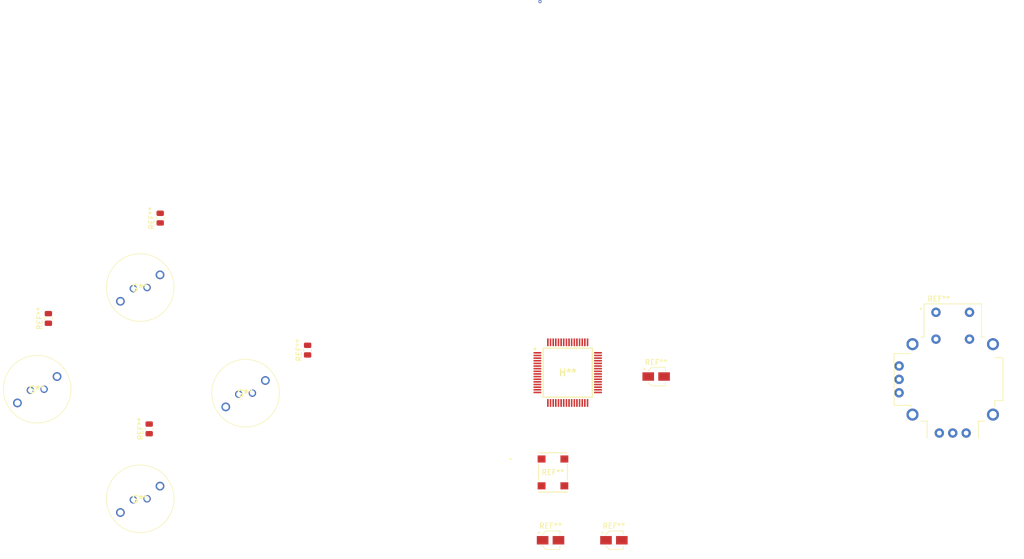
<source format=kicad_pcb>
(kicad_pcb (version 20221018) (generator pcbnew)
  (layers (0 "F.Cu" signal) (31 "B.Cu" signal) (34 "B.Paste" user) (35 "F.Paste" user) (36 "B.SilkS" user "B.Silkscreen") (37 "F.SilkS" user "F.Silkscreen") (38 "B.Mask" user) (39 "F.Mask" user) (44 "Edge.Cuts" user))
  (net 0 "")
  (footprint "Button-kicad:K12PBK15N" (layer "F.Cu") (at 55 127.35)
    (fp_text reference "S**" (at 1.3 -0.1) (layer "F.SilkS") (effects (font (size 1.27 1.27) (thickness 0.254))))
    (fp_text value "K12PBK15N" hide)
    (fp_line (start -5.1 -0.2) (end -5.1 -0.2) (stroke (width 0.1)) (layer "F.SilkS"))
    (fp_line (start 7.7 -0.2) (end 7.7 -0.2) (stroke (width 0.1)) (layer "F.SilkS"))
    (fp_arc (start -5.1 -0.2) (mid 1.3 -6.6) (end 7.7 -0.2) (stroke (width 0.1)) (layer "F.SilkS"))
    (fp_arc (start 7.7 -0.2) (mid 1.3 6.2) (end -5.1 -0.2) (stroke (width 0.1)) (layer "F.SilkS"))
    (pad "" np_thru_hole circle (at -3.5 -0.1) (size 1.7 1.7) (drill 1.7) (layers "F&B.Cu" "*.Mask"))
    (pad "" np_thru_hole circle (at 5.05 3.65) (size 1.6 1.6) (drill 1.6) (layers "F&B.Cu" "*.Mask"))
    (pad "" np_thru_hole circle (at 6.1 -0.1) (size 1.7 1.7) (drill 1.7) (layers "F&B.Cu" "*.Mask"))
    (pad "1" thru_hole circle (at 0 0) (size 1.4 1.4) (drill 0.9) (layers "*.Cu" "*.Mask"))
    (pad "2" thru_hole circle (at 2.6 -0.2) (size 1.4 1.4) (drill 0.9) (layers "*.Cu" "*.Mask"))
    (pad "3" thru_hole circle (at -2.45 2.4) (size 1.65 1.65) (drill 1.1) (layers "*.Cu" "*.Mask"))
    (pad "4" thru_hole circle (at 5.05 -2.6) (size 1.65 1.65) (drill 1.1) (layers "*.Cu" "*.Mask"))
  )
  (footprint "Resistor_SMD:R_0805_2012Metric" (layer "F.Cu") (at 58 153.9125 90)
    (fp_text reference "REF**" (at 0 -1.65 90) (layer "F.SilkS"))
    (fp_text value "R_0805_2012Metric")
    (fp_line (start -0.227064 -0.735) (end 0.227064 -0.735) (stroke (width 0.12)) (layer "F.SilkS"))
    (fp_line (start -0.227064 0.735) (end 0.227064 0.735) (stroke (width 0.12)) (layer "F.SilkS"))
    (pad "1" smd roundrect (at -0.9125 0 90) (size 1.025 1.4) (layers "F.Cu" "F.Paste" "F.Mask") (roundrect_rratio 0.243902))
    (pad "2" smd roundrect (at 0.9125 0 90) (size 1.025 1.4) (layers "F.Cu" "F.Paste" "F.Mask") (roundrect_rratio 0.243902))
  )
  (footprint "Resistor_SMD:R_0805_2012Metric" (layer "F.Cu") (at 60.0875 114 90)
    (fp_text reference "REF**" (at 0 -1.65 90) (layer "F.SilkS"))
    (fp_text value "R_0805_2012Metric")
    (fp_line (start -0.227064 -0.735) (end 0.227064 -0.735) (stroke (width 0.12)) (layer "F.SilkS"))
    (fp_line (start -0.227064 0.735) (end 0.227064 0.735) (stroke (width 0.12)) (layer "F.SilkS"))
    (pad "1" smd roundrect (at -0.9125 0 90) (size 1.025 1.4) (layers "F.Cu" "F.Paste" "F.Mask") (roundrect_rratio 0.243902))
    (pad "2" smd roundrect (at 0.9125 0 90) (size 1.025 1.4) (layers "F.Cu" "F.Paste" "F.Mask") (roundrect_rratio 0.243902))
  )
  (footprint "Resistor_SMD:R_0805_2012Metric" (layer "F.Cu") (at 38.9125 133 90)
    (fp_text reference "REF**" (at 0 -1.65 90) (layer "F.SilkS"))
    (fp_text value "R_0805_2012Metric")
    (fp_line (start -0.227064 -0.735) (end 0.227064 -0.735) (stroke (width 0.12)) (layer "F.SilkS"))
    (fp_line (start -0.227064 0.735) (end 0.227064 0.735) (stroke (width 0.12)) (layer "F.SilkS"))
    (pad "1" smd roundrect (at -0.9125 0 90) (size 1.025 1.4) (layers "F.Cu" "F.Paste" "F.Mask") (roundrect_rratio 0.243902))
    (pad "2" smd roundrect (at 0.9125 0 90) (size 1.025 1.4) (layers "F.Cu" "F.Paste" "F.Mask") (roundrect_rratio 0.243902))
  )
  (footprint "Capacitor_SMD:CP_Elec_3x5.3" (layer "F.Cu") (at 154 144)
    (fp_text reference "REF**" (at 0 -2.7) (layer "F.SilkS"))
    (fp_text value "CP_Elec_3x5.3")
    (fp_line (start -2.375 -1.435) (end -2 -1.435) (stroke (width 0.12)) (layer "F.SilkS"))
    (fp_line (start -2.1875 -1.6225) (end -2.1875 -1.2475) (stroke (width 0.12)) (layer "F.SilkS"))
    (fp_line (start -1.570563 -1.06) (end -0.870563 -1.76) (stroke (width 0.12)) (layer "F.SilkS"))
    (fp_line (start -1.570563 1.06) (end -0.870563 1.76) (stroke (width 0.12)) (layer "F.SilkS"))
    (fp_line (start -0.870563 -1.76) (end 1.76 -1.76) (stroke (width 0.12)) (layer "F.SilkS"))
    (fp_line (start -0.870563 1.76) (end 1.76 1.76) (stroke (width 0.12)) (layer "F.SilkS"))
    (fp_line (start 1.76 -1.76) (end 1.76 -1.06) (stroke (width 0.12)) (layer "F.SilkS"))
    (fp_line (start 1.76 1.76) (end 1.76 1.06) (stroke (width 0.12)) (layer "F.SilkS"))
    (pad "1" smd rect (at -1.5 0) (size 2.2 1.6) (layers "F.Cu" "F.Paste" "F.Mask"))
    (pad "2" smd rect (at 1.5 0) (size 2.2 1.6) (layers "F.Cu" "F.Paste" "F.Mask"))
  )
  (footprint "footprints:ECS-3951M&slash_3953M_ECS" (layer "F.Cu") (at 134.46 162.1566)
    (fp_text reference "REF**" (at 0 0 unlocked) (layer "F.SilkS"))
    (fp_text value "ECS-3951M/3953M_ECS")
    (fp_line (start -2.7305 -1.53376) (end -2.7305 1.53376) (stroke (width 0.1524)) (layer "F.SilkS"))
    (fp_line (start -2.7305 3.7211) (end 2.7305 3.7211) (stroke (width 0.1524)) (layer "F.SilkS"))
    (fp_line (start 2.7305 -3.7211) (end -2.7305 -3.7211) (stroke (width 0.1524)) (layer "F.SilkS"))
    (fp_line (start 2.7305 1.53376) (end 2.7305 -1.53376) (stroke (width 0.1524)) (layer "F.SilkS"))
    (fp_circle (center -8.0343 -2.54) (end -7.9327 -2.54) (stroke (width 0.1524)) (fill none) (layer "F.SilkS"))
    (pad "1" smd rect (at -2.1566 -2.54) (size 1.493799 1.347) (layers "F.Cu" "F.Paste" "F.Mask"))
    (pad "2" smd rect (at -2.1566 2.54) (size 1.493799 1.347) (layers "F.Cu" "F.Paste" "F.Mask"))
    (pad "3" smd rect (at 2.1566 2.54) (size 1.493799 1.347) (layers "F.Cu" "F.Paste" "F.Mask"))
    (pad "4" smd rect (at 2.1566 -2.54) (size 1.493799 1.347) (layers "F.Cu" "F.Paste" "F.Mask"))
  )
  (footprint "Capacitor_SMD:CP_Elec_3x5.3" (layer "F.Cu") (at 134 175)
    (fp_text reference "REF**" (at 0 -2.7) (layer "F.SilkS"))
    (fp_text value "CP_Elec_3x5.3")
    (fp_line (start -2.375 -1.435) (end -2 -1.435) (stroke (width 0.12)) (layer "F.SilkS"))
    (fp_line (start -2.1875 -1.6225) (end -2.1875 -1.2475) (stroke (width 0.12)) (layer "F.SilkS"))
    (fp_line (start -1.570563 -1.06) (end -0.870563 -1.76) (stroke (width 0.12)) (layer "F.SilkS"))
    (fp_line (start -1.570563 1.06) (end -0.870563 1.76) (stroke (width 0.12)) (layer "F.SilkS"))
    (fp_line (start -0.870563 -1.76) (end 1.76 -1.76) (stroke (width 0.12)) (layer "F.SilkS"))
    (fp_line (start -0.870563 1.76) (end 1.76 1.76) (stroke (width 0.12)) (layer "F.SilkS"))
    (fp_line (start 1.76 -1.76) (end 1.76 -1.06) (stroke (width 0.12)) (layer "F.SilkS"))
    (fp_line (start 1.76 1.76) (end 1.76 1.06) (stroke (width 0.12)) (layer "F.SilkS"))
    (pad "1" smd rect (at -1.5 0) (size 2.2 1.6) (layers "F.Cu" "F.Paste" "F.Mask"))
    (pad "2" smd rect (at 1.5 0) (size 2.2 1.6) (layers "F.Cu" "F.Paste" "F.Mask"))
  )
  (footprint "Button-kicad:K12PBK15N" (layer "F.Cu") (at 55 167.35)
    (fp_text reference "S**" (at 1.3 -0.1) (layer "F.SilkS") (effects (font (size 1.27 1.27) (thickness 0.254))))
    (fp_text value "K12PBK15N" hide)
    (fp_line (start -5.1 -0.2) (end -5.1 -0.2) (stroke (width 0.1)) (layer "F.SilkS"))
    (fp_line (start 7.7 -0.2) (end 7.7 -0.2) (stroke (width 0.1)) (layer "F.SilkS"))
    (fp_arc (start -5.1 -0.2) (mid 1.3 -6.6) (end 7.7 -0.2) (stroke (width 0.1)) (layer "F.SilkS"))
    (fp_arc (start 7.7 -0.2) (mid 1.3 6.2) (end -5.1 -0.2) (stroke (width 0.1)) (layer "F.SilkS"))
    (pad "" np_thru_hole circle (at -3.5 -0.1) (size 1.7 1.7) (drill 1.7) (layers "F&B.Cu" "*.Mask"))
    (pad "" np_thru_hole circle (at 5.05 3.65) (size 1.6 1.6) (drill 1.6) (layers "F&B.Cu" "*.Mask"))
    (pad "" np_thru_hole circle (at 6.1 -0.1) (size 1.7 1.7) (drill 1.7) (layers "F&B.Cu" "*.Mask"))
    (pad "1" thru_hole circle (at 0 0) (size 1.4 1.4) (drill 0.9) (layers "*.Cu" "*.Mask"))
    (pad "2" thru_hole circle (at 2.6 -0.2) (size 1.4 1.4) (drill 0.9) (layers "*.Cu" "*.Mask"))
    (pad "3" thru_hole circle (at -2.45 2.4) (size 1.65 1.65) (drill 1.1) (layers "*.Cu" "*.Mask"))
    (pad "4" thru_hole circle (at 5.05 -2.6) (size 1.65 1.65) (drill 1.1) (layers "*.Cu" "*.Mask"))
  )
  (footprint "Button-kicad:K12PBK15N" (layer "F.Cu") (at 74.95 147.35)
    (fp_text reference "S**" (at 1.3 -0.1) (layer "F.SilkS") (effects (font (size 1.27 1.27) (thickness 0.254))))
    (fp_text value "K12PBK15N" hide)
    (fp_line (start -5.1 -0.2) (end -5.1 -0.2) (stroke (width 0.1)) (layer "F.SilkS"))
    (fp_line (start 7.7 -0.2) (end 7.7 -0.2) (stroke (width 0.1)) (layer "F.SilkS"))
    (fp_arc (start -5.1 -0.2) (mid 1.3 -6.6) (end 7.7 -0.2) (stroke (width 0.1)) (layer "F.SilkS"))
    (fp_arc (start 7.7 -0.2) (mid 1.3 6.2) (end -5.1 -0.2) (stroke (width 0.1)) (layer "F.SilkS"))
    (pad "" np_thru_hole circle (at -3.5 -0.1) (size 1.7 1.7) (drill 1.7) (layers "F&B.Cu" "*.Mask"))
    (pad "" np_thru_hole circle (at 5.05 3.65) (size 1.6 1.6) (drill 1.6) (layers "F&B.Cu" "*.Mask"))
    (pad "" np_thru_hole circle (at 6.1 -0.1) (size 1.7 1.7) (drill 1.7) (layers "F&B.Cu" "*.Mask"))
    (pad "1" thru_hole circle (at 0 0) (size 1.4 1.4) (drill 0.9) (layers "*.Cu" "*.Mask"))
    (pad "2" thru_hole circle (at 2.6 -0.2) (size 1.4 1.4) (drill 0.9) (layers "*.Cu" "*.Mask"))
    (pad "3" thru_hole circle (at -2.45 2.4) (size 1.65 1.65) (drill 1.1) (layers "*.Cu" "*.Mask"))
    (pad "4" thru_hole circle (at 5.05 -2.6) (size 1.65 1.65) (drill 1.1) (layers "*.Cu" "*.Mask"))
  )
  (footprint "Capacitor_SMD:CP_Elec_3x5.3" (layer "F.Cu") (at 146 175)
    (fp_text reference "REF**" (at 0 -2.7) (layer "F.SilkS"))
    (fp_text value "CP_Elec_3x5.3")
    (fp_line (start -2.375 -1.435) (end -2 -1.435) (stroke (width 0.12)) (layer "F.SilkS"))
    (fp_line (start -2.1875 -1.6225) (end -2.1875 -1.2475) (stroke (width 0.12)) (layer "F.SilkS"))
    (fp_line (start -1.570563 -1.06) (end -0.870563 -1.76) (stroke (width 0.12)) (layer "F.SilkS"))
    (fp_line (start -1.570563 1.06) (end -0.870563 1.76) (stroke (width 0.12)) (layer "F.SilkS"))
    (fp_line (start -0.870563 -1.76) (end 1.76 -1.76) (stroke (width 0.12)) (layer "F.SilkS"))
    (fp_line (start -0.870563 1.76) (end 1.76 1.76) (stroke (width 0.12)) (layer "F.SilkS"))
    (fp_line (start 1.76 -1.76) (end 1.76 -1.06) (stroke (width 0.12)) (layer "F.SilkS"))
    (fp_line (start 1.76 1.76) (end 1.76 1.06) (stroke (width 0.12)) (layer "F.SilkS"))
    (pad "1" smd rect (at -1.5 0) (size 2.2 1.6) (layers "F.Cu" "F.Paste" "F.Mask"))
    (pad "2" smd rect (at 1.5 0) (size 2.2 1.6) (layers "F.Cu" "F.Paste" "F.Mask"))
  )
  (footprint "Button-kicad:K12PBK15N" (layer "F.Cu") (at 35.5 146.6)
    (fp_text reference "S**" (at 1.3 -0.1) (layer "F.SilkS") (effects (font (size 1.27 1.27) (thickness 0.254))))
    (fp_text value "K12PBK15N" hide)
    (fp_line (start -5.1 -0.2) (end -5.1 -0.2) (stroke (width 0.1)) (layer "F.SilkS"))
    (fp_line (start 7.7 -0.2) (end 7.7 -0.2) (stroke (width 0.1)) (layer "F.SilkS"))
    (fp_arc (start -5.1 -0.2) (mid 1.3 -6.6) (end 7.7 -0.2) (stroke (width 0.1)) (layer "F.SilkS"))
    (fp_arc (start 7.7 -0.2) (mid 1.3 6.2) (end -5.1 -0.2) (stroke (width 0.1)) (layer "F.SilkS"))
    (pad "" np_thru_hole circle (at -3.5 -0.1) (size 1.7 1.7) (drill 1.7) (layers "*.Cu" "*.Mask"))
    (pad "" np_thru_hole circle (at 5.05 3.65) (size 1.6 1.6) (drill 1.6) (layers "*.Cu" "*.Mask"))
    (pad "" np_thru_hole circle (at 6.1 -0.1) (size 1.7 1.7) (drill 1.7) (layers "*.Cu" "*.Mask"))
    (pad "1" thru_hole circle (at 0 0) (size 1.4 1.4) (drill 0.9) (layers "*.Cu" "*.Mask"))
    (pad "2" thru_hole circle (at 2.6 -0.2) (size 1.4 1.4) (drill 0.9) (layers "*.Cu" "*.Mask"))
    (pad "3" thru_hole circle (at -2.45 2.4) (size 1.65 1.65) (drill 1.1) (layers "*.Cu" "*.Mask"))
    (pad "4" thru_hole circle (at 5.05 -2.6) (size 1.65 1.65) (drill 1.1) (layers "*.Cu" "*.Mask"))
  )
  (footprint "KiCad:QFP50P1200X1200X120-64N" (layer "F.Cu") (at 137.25 143.262)
    (fp_text reference "H**" (at 0 0) (layer "F.SilkS") (effects (font (size 1.27 1.27) (thickness 0.254))))
    (fp_text value "QFP50P1200X1200X120-64N" hide)
    (fp_line (start -4.65 -4.65) (end 4.65 -4.65) (stroke (width 0.2)) (layer "F.SilkS"))
    (fp_line (start -4.65 4.65) (end -4.65 -4.65) (stroke (width 0.2)) (layer "F.SilkS"))
    (fp_line (start 4.65 -4.65) (end 4.65 4.65) (stroke (width 0.2)) (layer "F.SilkS"))
    (fp_line (start 4.65 4.65) (end -4.65 4.65) (stroke (width 0.2)) (layer "F.SilkS"))
    (fp_circle (center -6.225 -4.5) (end -6.225 -4.375) (stroke (width 0.25)) (fill none) (layer "F.SilkS"))
    (pad "1" smd rect (at -5.738 -3.75 90) (size 0.3 1.475) (layers "F.Cu" "F.Paste" "F.Mask"))
    (pad "2" smd rect (at -5.738 -3.25 90) (size 0.3 1.475) (layers "F.Cu" "F.Paste" "F.Mask"))
    (pad "3" smd rect (at -5.738 -2.75 90) (size 0.3 1.475) (layers "F.Cu" "F.Paste" "F.Mask"))
    (pad "4" smd rect (at -5.738 -2.25 90) (size 0.3 1.475) (layers "F.Cu" "F.Paste" "F.Mask"))
    (pad "5" smd rect (at -5.738 -1.75 90) (size 0.3 1.475) (layers "F.Cu" "F.Paste" "F.Mask"))
    (pad "6" smd rect (at -5.738 -1.25 90) (size 0.3 1.475) (layers "F.Cu" "F.Paste" "F.Mask"))
    (pad "7" smd rect (at -5.738 -0.75 90) (size 0.3 1.475) (layers "F.Cu" "F.Paste" "F.Mask"))
    (pad "8" smd rect (at -5.738 -0.25 90) (size 0.3 1.475) (layers "F.Cu" "F.Paste" "F.Mask"))
    (pad "9" smd rect (at -5.738 0.25 90) (size 0.3 1.475) (layers "F.Cu" "F.Paste" "F.Mask"))
    (pad "10" smd rect (at -5.738 0.75 90) (size 0.3 1.475) (layers "F.Cu" "F.Paste" "F.Mask"))
    (pad "11" smd rect (at -5.738 1.25 90) (size 0.3 1.475) (layers "F.Cu" "F.Paste" "F.Mask"))
    (pad "12" smd rect (at -5.738 1.75 90) (size 0.3 1.475) (layers "F.Cu" "F.Paste" "F.Mask"))
    (pad "13" smd rect (at -5.738 2.25 90) (size 0.3 1.475) (layers "F.Cu" "F.Paste" "F.Mask"))
    (pad "14" smd rect (at -5.738 2.75 90) (size 0.3 1.475) (layers "F.Cu" "F.Paste" "F.Mask"))
    (pad "15" smd rect (at -5.738 3.25 90) (size 0.3 1.475) (layers "F.Cu" "F.Paste" "F.Mask"))
    (pad "16" smd rect (at -5.738 3.75 90) (size 0.3 1.475) (layers "F.Cu" "F.Paste" "F.Mask"))
    (pad "17" smd rect (at -3.75 5.738) (size 0.3 1.475) (layers "F.Cu" "F.Paste" "F.Mask"))
    (pad "18" smd rect (at -3.25 5.738) (size 0.3 1.475) (layers "F.Cu" "F.Paste" "F.Mask"))
    (pad "19" smd rect (at -2.75 5.738) (size 0.3 1.475) (layers "F.Cu" "F.Paste" "F.Mask"))
    (pad "20" smd rect (at -2.25 5.738) (size 0.3 1.475) (layers "F.Cu" "F.Paste" "F.Mask"))
    (pad "21" smd rect (at -1.75 5.738) (size 0.3 1.475) (layers "F.Cu" "F.Paste" "F.Mask"))
    (pad "22" smd rect (at -1.25 5.738) (size 0.3 1.475) (layers "F.Cu" "F.Paste" "F.Mask"))
    (pad "23" smd rect (at -0.75 5.738) (size 0.3 1.475) (layers "F.Cu" "F.Paste" "F.Mask"))
    (pad "24" smd rect (at -0.25 5.738) (size 0.3 1.475) (layers "F.Cu" "F.Paste" "F.Mask"))
    (pad "25" smd rect (at 0.25 5.738) (size 0.3 1.475) (layers "F.Cu" "F.Paste" "F.Mask"))
    (pad "26" smd rect (at 0.75 5.738) (size 0.3 1.475) (layers "F.Cu" "F.Paste" "F.Mask"))
    (pad "27" smd rect (at 1.25 5.738) (size 0.3 1.475) (layers "F.Cu" "F.Paste" "F.Mask"))
    (pad "28" smd rect (at 1.75 5.738) (size 0.3 1.475) (layers "F.Cu" "F.Paste" "F.Mask"))
    (pad "29" smd rect (at 2.25 5.738) (size 0.3 1.475) (layers "F.Cu" "F.Paste" "F.Mask"))
    (pad "30" smd rect (at 2.75 5.738) (size 0.3 1.475) (layers "F.Cu" "F.Paste" "F.Mask"))
    (pad "31" smd rect (at 3.25 5.738) (size 0.3 1.475) (layers "F.Cu" "F.Paste" "F.Mask"))
    (pad "32" smd rect (at 3.75 5.738) (size 0.3 1.475) (layers "F.Cu" "F.Paste" "F.Mask"))
    (pad "33" smd rect (at 5.738 3.75 90) (size 0.3 1.475) (layers "F.Cu" "F.Paste" "F.Mask"))
    (pad "34" smd rect (at 5.738 3.25 90) (size 0.3 1.475) (layers "F.Cu" "F.Paste" "F.Mask"))
    (pad "35" smd rect (at 5.738 2.75 90) (size 0.3 1.475) (layers "F.Cu" "F.Paste" "F.Mask"))
    (pad "36" smd rect (at 5.738 2.25 90) (size 0.3 1.475) (layers "F.Cu" "F.Paste" "F.Mask"))
    (pad "37" smd rect (at 5.738 1.75 90) (size 0.3 1.475) (layers "F.Cu" "F.Paste" "F.Mask"))
    (pad "38" smd rect (at 5.738 1.25 90) (size 0.3 1.475) (layers "F.Cu" "F.Paste" "F.Mask"))
    (pad "39" smd rect (at 5.738 0.75 90) (size 0.3 1.475) (layers "F.Cu" "F.Paste" "F.Mask"))
    (pad "40" smd rect (at 5.738 0.25 90) (size 0.3 1.475) (layers "F.Cu" "F.Paste" "F.Mask"))
    (pad "41" smd rect (at 5.738 -0.25 90) (size 0.3 1.475) (layers "F.Cu" "F.Paste" "F.Mask"))
    (pad "42" smd rect (at 5.738 -0.75 90) (size 0.3 1.475) (layers "F.Cu" "F.Paste" "F.Mask"))
    (pad "43" smd rect (at 5.738 -1.25 90) (size 0.3 1.475) (layers "F.Cu" "F.Paste" "F.Mask"))
    (pad "44" smd rect (at 5.738 -1.75 90) (size 0.3 1.475) (layers "F.Cu" "F.Paste" "F.Mask"))
    (pad "45" smd rect (at 5.738 -2.25 90) (size 0.3 1.475) (layers "F.Cu" "F.Paste" "F.Mask"))
    (pad "46" smd rect (at 5.738 -2.75 90) (size 0.3 1.475) (layers "F.Cu" "F.Paste" "F.Mask"))
    (pad "47" smd rect (at 5.738 -3.25 90) (size 0.3 1.475) (layers "F.Cu" "F.Paste" "F.Mask"))
    (pad "48" smd rect (at 5.738 -3.75 90) (size 0.3 1.475) (layers "F.Cu" "F.Paste" "F.Mask"))
    (pad "49" smd rect (at 3.75 -5.738) (size 0.3 1.475) (layers "F.Cu" "F.Paste" "F.Mask"))
    (pad "50" smd rect (at 3.25 -5.738) (size 0.3 1.475) (layers "F.Cu" "F.Paste" "F.Mask"))
    (pad "51" smd rect (at 2.75 -5.738) (size 0.3 1.475) (layers "F.Cu" "F.Paste" "F.Mask"))
    (pad "52" smd rect (at 2.25 -5.738) (size 0.3 1.475) (layers "F.Cu" "F.Paste" "F.Mask"))
    (pad "53" smd rect (at 1.75 -5.738) (size 0.3 1.475) (layers "F.Cu" "F.Paste" "F.Mask"))
    (pad "54" smd rect (at 1.25 -5.738) (size 0.3 1.475) (layers "F.Cu" "F.Paste" "F.Mask"))
    (pad "55" smd rect (at 0.75 -5.738) (size 0.3 1.475) (layers "F.Cu" "F.Paste" "F.Mask"))
    (pad "56" smd rect (at 0.25 -5.738) (size 0.3 1.475) (layers "F.Cu" "F.Paste" "F.Mask"))
    (pad "57" smd rect (at -0.25 -5.738) (size 0.3 1.475) (layers "F.Cu" "F.Paste" "F.Mask"))
    (pad "58" smd rect (at -0.75 -5.738) (size 0.3 1.475) (layers "F.Cu" "F.Paste" "F.Mask"))
    (pad "59" smd rect (at -1.25 -5.738) (size 0.3 1.475) (layers "F.Cu" "F.Paste" "F.Mask"))
    (pad "60" smd rect (at -1.75 -5.738) (size 0.3 1.475) (layers "F.Cu" "F.Paste" "F.Mask"))
    (pad "61" smd rect (at -2.25 -5.738) (size 0.3 1.475) (layers "F.Cu" "F.Paste" "F.Mask"))
    (pad "62" smd rect (at -2.75 -5.738) (size 0.3 1.475) (layers "F.Cu" "F.Paste" "F.Mask"))
    (pad "63" smd rect (at -3.25 -5.738) (size 0.3 1.475) (layers "F.Cu" "F.Paste" "F.Mask"))
    (pad "64" smd rect (at -3.75 -5.738) (size 0.3 1.475) (layers "F.Cu" "F.Paste" "F.Mask"))
  )
  (footprint "Resistor_SMD:R_0805_2012Metric" (layer "F.Cu") (at 88 139 90)
    (fp_text reference "REF**" (at 0 -1.65 90) (layer "F.SilkS"))
    (fp_text value "R_0805_2012Metric")
    (fp_line (start -0.227064 -0.735) (end 0.227064 -0.735) (stroke (width 0.12)) (layer "F.SilkS"))
    (fp_line (start -0.227064 0.735) (end 0.227064 0.735) (stroke (width 0.12)) (layer "F.SilkS"))
    (pad "1" smd roundrect (at -0.9125 0 90) (size 1.025 1.4) (layers "F.Cu" "F.Paste" "F.Mask") (roundrect_rratio 0.243902))
    (pad "2" smd roundrect (at 0.9125 0 90) (size 1.025 1.4) (layers "F.Cu" "F.Paste" "F.Mask") (roundrect_rratio 0.243902))
  )
  (footprint "joystick:XDCR_COM-09032" (layer "F.Cu") (at 210.16 144.54)
    (fp_text reference "REF**" (at -2.625 -15.235) (layer "F.SilkS"))
    (fp_text value "XDCR_COM-09032")
    (fp_line (start -11.1 -4.9) (end -7.95 -4.9) (stroke (width 0.127)) (layer "F.SilkS"))
    (fp_line (start -11.1 4.9) (end -11.1 -4.9) (stroke (width 0.127)) (layer "F.SilkS"))
    (fp_line (start -7.95 4.9) (end -11.1 4.9) (stroke (width 0.127)) (layer "F.SilkS"))
    (fp_line (start -7.95 5.17) (end -7.95 4.9) (stroke (width 0.127)) (layer "F.SilkS"))
    (fp_line (start -6.07 -8) (end -5.45 -8) (stroke (width 0.127)) (layer "F.SilkS"))
    (fp_line (start -5.45 -14.3) (end 5.45 -14.3) (stroke (width 0.127)) (layer "F.SilkS"))
    (fp_line (start -5.45 -8) (end -5.45 -14.3) (stroke (width 0.127)) (layer "F.SilkS"))
    (fp_line (start -4.85 7.9) (end -6.07 7.9) (stroke (width 0.127)) (layer "F.SilkS"))
    (fp_line (start -4.85 11.1) (end -4.85 7.9) (stroke (width 0.127)) (layer "F.SilkS"))
    (fp_line (start 4.85 7.9) (end 4.85 11.1) (stroke (width 0.127)) (layer "F.SilkS"))
    (fp_line (start 5.45 -14.3) (end 5.45 -8) (stroke (width 0.127)) (layer "F.SilkS"))
    (fp_line (start 5.45 -8) (end 6.08 -8) (stroke (width 0.127)) (layer "F.SilkS"))
    (fp_line (start 6.08 7.9) (end 4.85 7.9) (stroke (width 0.127)) (layer "F.SilkS"))
    (fp_line (start 7.95 -4.1) (end 9.5 -4.1) (stroke (width 0.127)) (layer "F.SilkS"))
    (fp_line (start 7.95 4) (end 7.95 5.12) (stroke (width 0.127)) (layer "F.SilkS"))
    (fp_line (start 9.5 -4.1) (end 9.5 4) (stroke (width 0.127)) (layer "F.SilkS"))
    (fp_line (start 9.5 4) (end 7.95 4) (stroke (width 0.127)) (layer "F.SilkS"))
    (fp_circle (center -6.05 -13.35) (end -5.95 -13.35) (stroke (width 0.2)) (fill none) (layer "F.SilkS"))
    (pad "B1A" thru_hole circle (at -3.175 -12.7) (size 1.778 1.778) (drill 0.9) (layers "*.Cu" "*.Mask"))
    (pad "B1B" thru_hole circle (at 3.175 -12.7) (size 1.778 1.778) (drill 0.9) (layers "*.Cu" "*.Mask"))
    (pad "B2A" thru_hole circle (at -3.175 -7.62) (size 1.778 1.778) (drill 0.9) (layers "*.Cu" "*.Mask"))
    (pad "B2B" thru_hole circle (at 3.175 -7.62) (size 1.778 1.778) (drill 0.9) (layers "*.Cu" "*.Mask"))
    (pad "H1" thru_hole circle (at -2.54 10.16) (size 1.778 1.778) (drill 0.889) (layers "*.Cu" "*.Mask"))
    (pad "H2" thru_hole circle (at 0 10.16) (size 1.778 1.778) (drill 0.889) (layers "*.Cu" "*.Mask"))
    (pad "H3" thru_hole circle (at 2.54 10.16) (size 1.778 1.778) (drill 0.889) (layers "*.Cu" "*.Mask"))
    (pad "S1" thru_hole circle (at -7.62 -6.6675) (size 2.286 2.286) (drill 1.397) (layers "*.Cu" "*.Mask"))
    (pad "S2" thru_hole circle (at -7.62 6.6675) (size 2.286 2.286) (drill 1.397) (layers "*.Cu" "*.Mask"))
    (pad "S3" thru_hole circle (at 7.62 6.6675) (size 2.286 2.286) (drill 1.397) (layers "*.Cu" "*.Mask"))
    (pad "S4" thru_hole circle (at 7.62 -6.6675) (size 2.286 2.286) (drill 1.397) (layers "*.Cu" "*.Mask"))
    (pad "V1" thru_hole circle (at -10.16 -2.54) (size 1.778 1.778) (drill 0.889) (layers "*.Cu" "*.Mask"))
    (pad "V2" thru_hole circle (at -10.16 0) (size 1.778 1.778) (drill 0.889) (layers "*.Cu" "*.Mask"))
    (pad "V3" thru_hole circle (at -10.16 2.54) (size 1.778 1.778) (drill 0.889) (layers "*.Cu" "*.Mask"))
  )
  (segment (start 131 168) (end 129 166) (width 0) (layer "F.Cu") (net 0))
  (segment (start 144.5 175) (end 135.5 175) (width 0) (layer "F.Cu") (net 0))
  (segment (start 102 127) (end 77 127) (width 0) (layer "F.Cu") (net 0))
  (segment (start 38.9125 137.9125) (end 39 138) (width 0) (layer "F.Cu") (net 0))
  (segment (start 142.988 143.512) (end 152.012 143.512) (width 0) (layer "F.Cu") (net 0))
  (segment (start 137 149) (end 137 152) (width 0) (layer "F.Cu") (net 0))
  (segment (start 116.512 139.512) (end 131.512 139.512) (width 0) (layer "F.Cu") (net 0))
  (segment (start 38 138) (end 38.1 138.1) (width 0) (layer "F.Cu") (net 0))
  (segment (start 88 138.0875) (end 88 132) (width 0) (layer "F.Cu") (net 0))
  (segment (start 132.5 175) (end 132.5 169.5) (width 0) (layer "F.Cu") (net 0))
  (segment (start 136.6166 164.6966) (end 136.6166 167.3834) (width 0) (layer "F.Cu") (net 0))
  (segment (start 60.0875 117.9125) (end 60 118) (width 0) (layer "F.Cu") (net 0))
  (segment (start 193.46 144.54) (end 200 144.54) (width 0) (layer "F.Cu") (net 0))
  (segment (start 57.6 118.4) (end 58 118) (width 0) (layer "F.Cu") (net 0))
  (segment (start 143 158) (end 180 158) (width 0) (layer "F.Cu") (net 0))
  (segment (start 110.512 140.512) (end 102 132) (width 0) (layer "F.Cu") (net 0))
  (segment (start 139 156) (end 139 149) (width 0) (layer "F.Cu") (net 0))
  (segment (start 149 166) (end 139 156) (width 0) (layer "F.Cu") (net 0))
  (segment (start 137 152) (end 132 157) (width 0) (layer "F.Cu") (net 0))
  (segment (start 136.6166 167.3834) (end 136 168) (width 0) (layer "F.Cu") (net 0))
  (segment (start 86 132) (end 77.55 140.45) (width 0) (layer "F.Cu") (net 0))
  (segment (start 57.6 160.4) (end 57.6 167.15) (width 0) (layer "F.Cu") (net 0))
  (segment (start 180 158) (end 193.46 144.54) (width 0) (layer "F.Cu") (net 0))
  (segment (start 66 138) (end 38 138) (width 0) (layer "F.Cu") (net 0))
  (segment (start 147.5 167.5) (end 135 155) (width 0) (layer "F.Cu") (net 0))
  (segment (start 57.6 127.15) (end 57.6 118.4) (width 0) (layer "F.Cu") (net 0))
  (segment (start 136 168) (end 131 168) (width 0) (layer "F.Cu") (net 0))
  (segment (start 152.012 143.512) (end 152.5 144) (width 0) (layer "F.Cu") (net 0))
  (segment (start 132 157) (end 129 157) (width 0) (layer "F.Cu") (net 0))
  (segment (start 132.3034 159.6166) (end 132.3034 157.6966) (width 0) (layer "F.Cu") (net 0))
  (segment (start 102 132) (end 86 132) (width 0) (layer "F.Cu") (net 0))
  (segment (start 141 163) (end 141 175) (width 0) (layer "F.Cu") (net 0))
  (segment (start 136.6166 159.6166) (end 137.6166 159.6166) (width 0) (layer "F.Cu") (net 0))
  (segment (start 132.5 169.5) (end 131 168) (width 0) (layer "F.Cu") (net 0))
  (segment (start 210.16 165.84) (end 210 166) (width 0) (layer "F.Cu") (net 0))
  (segment (start 95 118) (end 116.512 139.512) (width 0) (layer "F.Cu") (net 0))
  (segment (start 58 154.825) (end 58 156) (width 0) (layer "F.Cu") (net 0))
  (segment (start 210 166) (end 149 166) (width 0) (layer "F.Cu") (net 0))
  (segment (start 38.1 138.1) (end 38.1 146.4) (width 0) (layer "F.Cu") (net 0))
  (segment (start 137.5 152.5) (end 137.5 149) (width 0) (layer "F.Cu") (net 0))
  (segment (start 141 175) (end 140 175) (width 0) (layer "F.Cu") (net 0))
  (segment (start 129 166) (end 129 157) (width 0) (layer "F.Cu") (net 0))
  (segment (start 115.012 140.012) (end 102 127) (width 0) (layer "F.Cu") (net 0))
  (segment (start 58 118) (end 95 118) (width 0) (layer "F.Cu") (net 0))
  (segment (start 88 132) (end 88 133) (width 0) (layer "F.Cu") (net 0))
  (segment (start 132.3034 157.6966) (end 137.5 152.5) (width 0) (layer "F.Cu") (net 0))
  (segment (start 131.512 141.012) (end 99.988 141.012) (width 0) (layer "F.Cu") (net 0))
  (segment (start 131.512 140.512) (end 110.512 140.512) (width 0) (layer "F.Cu") (net 0))
  (segment (start 77.55 140.45) (end 77.55 147.15) (width 0) (layer "F.Cu") (net 0))
  (segment (start 83 158) (end 60 158) (width 0) (layer "F.Cu") (net 0))
  (segment (start 60.0875 114.9125) (end 60.0875 117.9125) (width 0) (layer "F.Cu") (net 0))
  (segment (start 139.5 149) (end 139.5 154.5) (width 0) (layer "F.Cu") (net 0))
  (segment (start 60 158) (end 57.6 160.4) (width 0) (layer "F.Cu") (net 0))
  (segment (start 38.9125 133.9125) (end 38.9125 137.9125) (width 0) (layer "F.Cu") (net 0))
  (segment (start 131.512 140.012) (end 115.012 140.012) (width 0) (layer "F.Cu") (net 0))
  (segment (start 139.5 154.5) (end 143 158) (width 0) (layer "F.Cu") (net 0))
  (segment (start 210.16 154.7) (end 210.16 165.84) (width 0) (layer "F.Cu") (net 0))
  (segment (start 58 156) (end 60 158) (width 0) (layer "F.Cu") (net 0))
  (segment (start 99.988 141.012) (end 83 158) (width 0) (layer "F.Cu") (net 0))
  (segment (start 137.6166 159.6166) (end 141 163) (width 0) (layer "F.Cu") (net 0))
  (segment (start 77 127) (end 66 138) (width 0) (layer "F.Cu") (net 0))
  (segment (start 147.5 175) (end 147.5 167.5) (width 0) (layer "F.Cu") (net 0))
  (via (at 132 73) (size 0.6) (drill 0.3) (layers "F.Cu" "B.Cu") (net 0))
)
</source>
